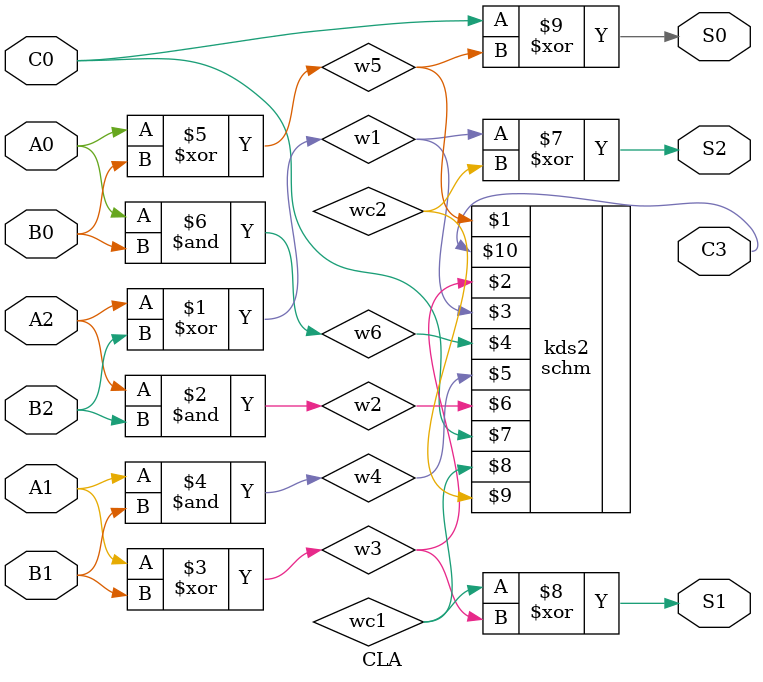
<source format=v>
`timescale 1ns / 1ps
module CLA(A0,A1,A2,B0,B1,B2,C0,C3,S0,S1,S2);
input A0,A1,A2,B0,B1,B2,C0;
output C3,S0,S1,S2;
wire w1,w2,w3,w4,w5,w6,wc1,wc2;

assign w1 = A2 ^ B2;
assign w2 = A2 & B2;
assign w3 = A1^B1;
assign w4 = A1&B1;
assign w5 = A0^B0;
assign w6 = A0&B0;

schm kds2 (w5,w3,w1,w6,w4,w2,C0,wc1,wc2,C3);
assign S2 = w1 ^ wc2;
assign S1 = wc1 ^ w3;
assign S0 = C0 ^ w5;

endmodule

</source>
